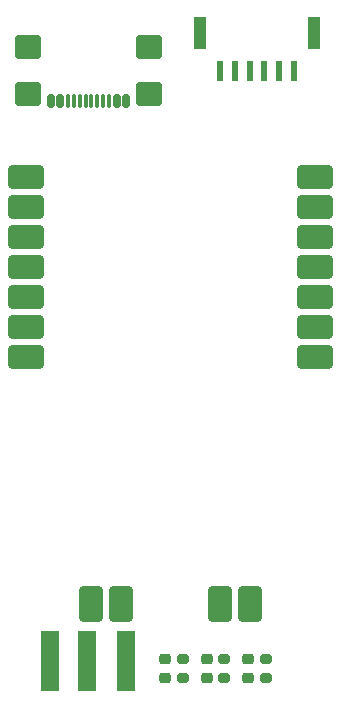
<source format=gbr>
%TF.GenerationSoftware,KiCad,Pcbnew,9.0.2*%
%TF.CreationDate,2025-06-18T22:14:32+09:00*%
%TF.ProjectId,LoRa_TM,4c6f5261-5f54-44d2-9e6b-696361645f70,rev?*%
%TF.SameCoordinates,Original*%
%TF.FileFunction,Paste,Top*%
%TF.FilePolarity,Positive*%
%FSLAX46Y46*%
G04 Gerber Fmt 4.6, Leading zero omitted, Abs format (unit mm)*
G04 Created by KiCad (PCBNEW 9.0.2) date 2025-06-18 22:14:32*
%MOMM*%
%LPD*%
G01*
G04 APERTURE LIST*
G04 Aperture macros list*
%AMRoundRect*
0 Rectangle with rounded corners*
0 $1 Rounding radius*
0 $2 $3 $4 $5 $6 $7 $8 $9 X,Y pos of 4 corners*
0 Add a 4 corners polygon primitive as box body*
4,1,4,$2,$3,$4,$5,$6,$7,$8,$9,$2,$3,0*
0 Add four circle primitives for the rounded corners*
1,1,$1+$1,$2,$3*
1,1,$1+$1,$4,$5*
1,1,$1+$1,$6,$7*
1,1,$1+$1,$8,$9*
0 Add four rect primitives between the rounded corners*
20,1,$1+$1,$2,$3,$4,$5,0*
20,1,$1+$1,$4,$5,$6,$7,0*
20,1,$1+$1,$6,$7,$8,$9,0*
20,1,$1+$1,$8,$9,$2,$3,0*%
G04 Aperture macros list end*
%ADD10RoundRect,0.218750X0.256250X-0.218750X0.256250X0.218750X-0.256250X0.218750X-0.256250X-0.218750X0*%
%ADD11RoundRect,0.200000X0.275000X-0.200000X0.275000X0.200000X-0.275000X0.200000X-0.275000X-0.200000X0*%
%ADD12R,0.600000X1.800000*%
%ADD13R,1.000000X2.800000*%
%ADD14RoundRect,0.250000X0.840000X0.750000X-0.840000X0.750000X-0.840000X-0.750000X0.840000X-0.750000X0*%
%ADD15RoundRect,0.150000X0.150000X0.425000X-0.150000X0.425000X-0.150000X-0.425000X0.150000X-0.425000X0*%
%ADD16RoundRect,0.075000X0.075000X0.500000X-0.075000X0.500000X-0.075000X-0.500000X0.075000X-0.500000X0*%
%ADD17RoundRect,0.300000X-1.200000X-0.700000X1.200000X-0.700000X1.200000X0.700000X-1.200000X0.700000X0*%
%ADD18RoundRect,0.300000X0.700000X-1.200000X0.700000X1.200000X-0.700000X1.200000X-0.700000X-1.200000X0*%
%ADD19R,1.500000X5.080000*%
G04 APERTURE END LIST*
D10*
%TO.C,D3*%
X103058000Y-124938500D03*
X103058000Y-126513500D03*
%TD*%
D11*
%TO.C,R12*%
X104558000Y-126551000D03*
X104558000Y-124901000D03*
%TD*%
%TO.C,R11*%
X108058000Y-126551000D03*
X108058000Y-124901000D03*
%TD*%
D12*
%TO.C,J5*%
X104191000Y-75176000D03*
X105441000Y-75176000D03*
X106691000Y-75176000D03*
X107941000Y-75176000D03*
X109191000Y-75176000D03*
X110441000Y-75176000D03*
D13*
X102466000Y-71976000D03*
X112166000Y-71976000D03*
%TD*%
D11*
%TO.C,R13*%
X101058000Y-124901000D03*
X101058000Y-126551000D03*
%TD*%
D10*
%TO.C,D4*%
X99558000Y-126513500D03*
X99558000Y-124938500D03*
%TD*%
D14*
%TO.C,J2*%
X87948000Y-73151000D03*
X87948000Y-77081000D03*
X98168000Y-73151000D03*
X98168000Y-77081000D03*
D15*
X96258000Y-77656000D03*
X95458000Y-77656000D03*
D16*
X94808000Y-77656000D03*
X93808000Y-77656000D03*
X92308000Y-77656000D03*
X91308000Y-77656000D03*
D15*
X90658000Y-77656000D03*
X89858000Y-77656000D03*
X89858000Y-77656000D03*
X90658000Y-77656000D03*
D16*
X91808000Y-77656000D03*
X92808000Y-77656000D03*
X93308000Y-77656000D03*
X94308000Y-77656000D03*
D15*
X95458000Y-77656000D03*
X96258000Y-77656000D03*
%TD*%
D17*
%TO.C,U4*%
X112250000Y-84130000D03*
X112250000Y-86670000D03*
X112250000Y-89210000D03*
X112250000Y-91750000D03*
X112250000Y-94290000D03*
X112250000Y-96830000D03*
X112250000Y-99370000D03*
D18*
X106770000Y-120250000D03*
X104230000Y-120250000D03*
X95770000Y-120250000D03*
X93230000Y-120250000D03*
D17*
X87750000Y-99370000D03*
X87750000Y-96830000D03*
X87750000Y-94290000D03*
X87750000Y-91750000D03*
X87750000Y-89210000D03*
X87750000Y-86670000D03*
X87750000Y-84130000D03*
%TD*%
D10*
%TO.C,D2*%
X106558000Y-124938500D03*
X106558000Y-126513500D03*
%TD*%
D19*
%TO.C,J3*%
X89821000Y-125117500D03*
X96196000Y-125117500D03*
X92946000Y-125117500D03*
%TD*%
M02*

</source>
